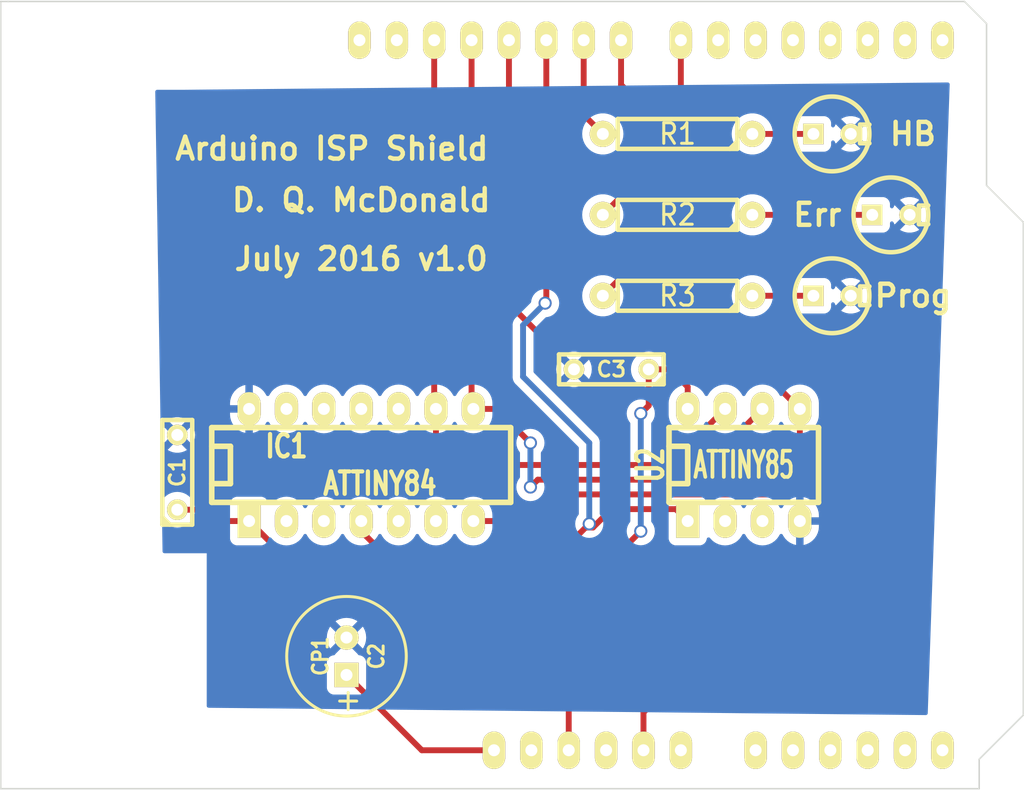
<source format=kicad_pcb>
(kicad_pcb (version 20221018) (generator pcbnew)
  (title_block (title "Arduino ISP for ATTiny") (date "4/7/2016") (rev "1.0") (company "Quentin McDonald"))
  (layers (0 "F.Cu" signal) (31 "B.Cu" signal) (34 "B.Paste" user) (35 "F.Paste" user) (36 "B.SilkS" user) (37 "F.SilkS" user) (38 "B.Mask" user) (39 "F.Mask" user) (44 "Edge.Cuts" user))
  (net 0 "")
  (net 1 "5V")
  (net 2 "GND")
  (net 3 "Net-(D1-Pad1)")
  (net 4 "Net-(D2-Pad1)")
  (net 5 "Net-(D3-Pad1)")
  (net 6 "Net-(IC1-Pad10)")
  (net 7 "Net-(IC1-Pad11)")
  (net 8 "Net-(IC1-Pad12)")
  (net 9 "Net-(IC1-Pad13)")
  (net 10 "Net-(IC1-Pad2)")
  (net 11 "Net-(IC1-Pad3)")
  (net 12 "Net-(IC1-Pad5)")
  (net 13 "Net-(IC1-Pad6)")
  (net 14 "Net-(SHIELD1-Pad0)")
  (net 15 "Net-(SHIELD1-Pad1)")
  (net 16 "Net-(SHIELD1-Pad2)")
  (net 17 "Net-(SHIELD1-Pad3)")
  (net 18 "Net-(SHIELD1-Pad3V3)")
  (net 19 "Net-(SHIELD1-Pad4)")
  (net 20 "Net-(SHIELD1-Pad5)")
  (net 21 "Net-(SHIELD1-Pad6)")
  (net 22 "Net-(SHIELD1-PadAD0)")
  (net 23 "Net-(SHIELD1-PadAD1)")
  (net 24 "Net-(SHIELD1-PadAD2)")
  (net 25 "Net-(SHIELD1-PadAD3)")
  (net 26 "Net-(SHIELD1-PadAD4)")
  (net 27 "Net-(SHIELD1-PadAD5)")
  (net 28 "Net-(SHIELD1-PadAREF)")
  (net 29 "Net-(SHIELD1-PadGND1)")
  (net 30 "Net-(SHIELD1-PadGND3)")
  (net 31 "Net-(SHIELD1-PadV_IN)")
  (net 32 "Net-(U2-Pad2)")
  (net 33 "Net-(U2-Pad3)")
  (net 34 "Pin10")
  (net 35 "Pin11")
  (net 36 "Pin12")
  (net 37 "Pin13")
  (net 38 "Pin7")
  (net 39 "Pin8")
  (net 40 "Pin9")
  (net 41 "Reset")
  (footprint "discret:C2" (layer "F.Cu") (at 77 99 90)
    (fp_text reference "C1" (at 0 0 90) (layer "F.SilkS") (effects (font (size 1.016 1.016) (thickness 0.2032))))
    (fp_text value "100nf" hide)
    (fp_line (start -3.556 -1.016) (end 3.556 -1.016) (stroke (width 0.3048)) (layer "F.SilkS"))
    (fp_line (start -3.556 -0.508) (end -3.048 -1.016) (stroke (width 0.3048)) (layer "F.SilkS"))
    (fp_line (start -3.556 1.016) (end -3.556 -1.016) (stroke (width 0.3048)) (layer "F.SilkS"))
    (fp_line (start 3.556 -1.016) (end 3.556 1.016) (stroke (width 0.3048)) (layer "F.SilkS"))
    (fp_line (start 3.556 1.016) (end -3.556 1.016) (stroke (width 0.3048)) (layer "F.SilkS"))
    (pad "1" thru_hole circle (at -2.54 0 90) (size 1.397 1.397) (drill 0.8128) (layers "*.Cu" "*.Mask" "F.SilkS") (net 1 "5V"))
    (pad "2" thru_hole circle (at 2.54 0 90) (size 1.397 1.397) (drill 0.8128) (layers "*.Cu" "*.Mask" "F.SilkS") (net 2 "GND"))
  )
  (footprint "discret:C1V8" (layer "F.Cu") (at 88.5 111.5 90)
    (fp_text reference "C2" (at 0 2.032 90) (layer "F.SilkS") (effects (font (size 1.016 0.889) (thickness 0.2032))))
    (fp_text value "CP1" (at 0 -1.77546 90) (layer "F.SilkS") (effects (font (size 1.016 0.889) (thickness 0.2032))))
    (fp_text user "+" (at -3.04546 0 90) (layer "F.SilkS") (effects (font (size 1.524 1.524) (thickness 0.2032))))
    (fp_circle (center 0 0) (end 4.064 0) (stroke (width 0.2032)) (fill none) (layer "F.SilkS"))
    (pad "1" thru_hole rect (at -1.27 0 90) (size 1.651 1.651) (drill 0.8128) (layers "*.Cu" "*.Mask" "F.SilkS") (net 41 "Reset"))
    (pad "2" thru_hole circle (at 1.27 0 90) (size 1.651 1.651) (drill 0.8128) (layers "*.Cu" "*.Mask" "F.SilkS") (net 2 "GND"))
  )
  (footprint "discret:C2" (layer "F.Cu") (at 106.5 92 180)
    (fp_text reference "C3" (at 0 0 180) (layer "F.SilkS") (effects (font (size 1.016 1.016) (thickness 0.2032))))
    (fp_text value "100nF" hide)
    (fp_line (start -3.556 -1.016) (end 3.556 -1.016) (stroke (width 0.3048)) (layer "F.SilkS"))
    (fp_line (start -3.556 -0.508) (end -3.048 -1.016) (stroke (width 0.3048)) (layer "F.SilkS"))
    (fp_line (start -3.556 1.016) (end -3.556 -1.016) (stroke (width 0.3048)) (layer "F.SilkS"))
    (fp_line (start 3.556 -1.016) (end 3.556 1.016) (stroke (width 0.3048)) (layer "F.SilkS"))
    (fp_line (start 3.556 1.016) (end -3.556 1.016) (stroke (width 0.3048)) (layer "F.SilkS"))
    (pad "1" thru_hole circle (at -2.54 0 180) (size 1.397 1.397) (drill 0.8128) (layers "*.Cu" "*.Mask" "F.SilkS") (net 1 "5V"))
    (pad "2" thru_hole circle (at 2.54 0 180) (size 1.397 1.397) (drill 0.8128) (layers "*.Cu" "*.Mask" "F.SilkS") (net 2 "GND"))
  )
  (footprint "discret:LEDV" (layer "F.Cu") (at 125.5 81.5)
    (fp_text reference "Error" hide)
    (fp_text value "LED" hide)
    (fp_line (start 1.905 -0.635) (end 1.905 0.635) (stroke (width 0.3048)) (layer "F.SilkS"))
    (fp_line (start 1.905 0.635) (end 2.54 0.635) (stroke (width 0.3048)) (layer "F.SilkS"))
    (fp_line (start 2.54 -0.635) (end 1.905 -0.635) (stroke (width 0.3048)) (layer "F.SilkS"))
    (fp_circle (center 0 0) (end -2.54 0) (stroke (width 0.3048)) (fill none) (layer "F.SilkS"))
    (pad "1" thru_hole rect (at -1.27 0) (size 1.397 1.397) (drill 0.8128) (layers "*.Cu" "*.Mask" "F.SilkS") (net 4 "Net-(D2-Pad1)"))
    (pad "2" thru_hole circle (at 1.27 0) (size 1.397 1.397) (drill 0.8128) (layers "*.Cu" "*.Mask" "F.SilkS") (net 2 "GND"))
  )
  (footprint "dip_sockets:DIP-14__300_ELL" (layer "F.Cu") (at 89.5 98.5)
    (fp_text reference "IC1" (at -5.08 -1.27) (layer "F.SilkS") (effects (font (size 1.524 1.143) (thickness 0.3048))))
    (fp_text value "ATTINY84" (at 1.27 1.27) (layer "F.SilkS") (effects (font (size 1.524 1.143) (thickness 0.28575))))
    (fp_line (start -10.16 -2.54) (end 10.16 -2.54) (stroke (width 0.381)) (layer "F.SilkS"))
    (fp_line (start -10.16 -1.27) (end -8.89 -1.27) (stroke (width 0.381)) (layer "F.SilkS"))
    (fp_line (start -10.16 2.54) (end -10.16 -2.54) (stroke (width 0.381)) (layer "F.SilkS"))
    (fp_line (start -8.89 -1.27) (end -8.89 1.27) (stroke (width 0.381)) (layer "F.SilkS"))
    (fp_line (start -8.89 1.27) (end -10.16 1.27) (stroke (width 0.381)) (layer "F.SilkS"))
    (fp_line (start 10.16 -2.54) (end 10.16 2.54) (stroke (width 0.381)) (layer "F.SilkS"))
    (fp_line (start 10.16 2.54) (end -10.16 2.54) (stroke (width 0.381)) (layer "F.SilkS"))
    (pad "1" thru_hole rect (at -7.62 3.81) (size 1.5748 2.286) (drill 0.8128) (layers "*.Cu" "*.Mask" "F.SilkS") (net 1 "5V"))
    (pad "2" thru_hole oval (at -5.08 3.81) (size 1.5748 2.286) (drill 0.8128) (layers "*.Cu" "*.Mask" "F.SilkS") (net 10 "Net-(IC1-Pad2)"))
    (pad "3" thru_hole oval (at -2.54 3.81) (size 1.5748 2.286) (drill 0.8128) (layers "*.Cu" "*.Mask" "F.SilkS") (net 11 "Net-(IC1-Pad3)"))
    (pad "4" thru_hole oval (at 0 3.81) (size 1.5748 2.286) (drill 0.8128) (layers "*.Cu" "*.Mask" "F.SilkS") (net 34 "Pin10"))
    (pad "5" thru_hole oval (at 2.54 3.81) (size 1.5748 2.286) (drill 0.8128) (layers "*.Cu" "*.Mask" "F.SilkS") (net 12 "Net-(IC1-Pad5)"))
    (pad "6" thru_hole oval (at 5.08 3.81) (size 1.5748 2.286) (drill 0.8128) (layers "*.Cu" "*.Mask" "F.SilkS") (net 13 "Net-(IC1-Pad6)"))
    (pad "7" thru_hole oval (at 7.62 3.81) (size 1.5748 2.286) (drill 0.8128) (layers "*.Cu" "*.Mask" "F.SilkS") (net 35 "Pin11"))
    (pad "8" thru_hole oval (at 7.62 -3.81) (size 1.5748 2.286) (drill 0.8128) (layers "*.Cu" "*.Mask" "F.SilkS") (net 36 "Pin12"))
    (pad "9" thru_hole oval (at 5.08 -3.81) (size 1.5748 2.286) (drill 0.8128) (layers "*.Cu" "*.Mask" "F.SilkS") (net 37 "Pin13"))
    (pad "10" thru_hole oval (at 2.54 -3.81) (size 1.5748 2.286) (drill 0.8128) (layers "*.Cu" "*.Mask" "F.SilkS") (net 6 "Net-(IC1-Pad10)"))
    (pad "11" thru_hole oval (at 0 -3.81) (size 1.5748 2.286) (drill 0.8128) (layers "*.Cu" "*.Mask" "F.SilkS") (net 7 "Net-(IC1-Pad11)"))
    (pad "12" thru_hole oval (at -2.54 -3.81) (size 1.5748 2.286) (drill 0.8128) (layers "*.Cu" "*.Mask" "F.SilkS") (net 8 "Net-(IC1-Pad12)"))
    (pad "13" thru_hole oval (at -5.08 -3.81) (size 1.5748 2.286) (drill 0.8128) (layers "*.Cu" "*.Mask" "F.SilkS") (net 9 "Net-(IC1-Pad13)"))
    (pad "14" thru_hole oval (at -7.62 -3.81) (size 1.5748 2.286) (drill 0.8128) (layers "*.Cu" "*.Mask" "F.SilkS") (net 2 "GND"))
  )
  (footprint "discret:R4-LARGE_PADS" (layer "F.Cu") (at 111 76 180)
    (fp_text reference "R1" (at 0 0 180) (layer "F.SilkS") (effects (font (size 1.397 1.27) (thickness 0.2032))))
    (fp_text value "200R" hide)
    (fp_line (start -5.08 0) (end -4.064 0) (stroke (width 0.3048)) (layer "F.SilkS"))
    (fp_line (start -4.064 -1.016) (end 4.064 -1.016) (stroke (width 0.3048)) (layer "F.SilkS"))
    (fp_line (start -4.064 -0.508) (end -3.556 -1.016) (stroke (width 0.3048)) (layer "F.SilkS"))
    (fp_line (start -4.064 0) (end -4.064 -1.016) (stroke (width 0.3048)) (layer "F.SilkS"))
    (fp_line (start -4.064 1.016) (end -4.064 0) (stroke (width 0.3048)) (layer "F.SilkS"))
    (fp_line (start 4.064 -1.016) (end 4.064 1.016) (stroke (width 0.3048)) (layer "F.SilkS"))
    (fp_line (start 4.064 1.016) (end -4.064 1.016) (stroke (width 0.3048)) (layer "F.SilkS"))
    (fp_line (start 5.08 0) (end 4.064 0) (stroke (width 0.3048)) (layer "F.SilkS"))
    (pad "1" thru_hole circle (at -5.08 0 180) (size 1.778 1.778) (drill 0.8128) (layers "*.Cu" "*.Mask" "F.SilkS") (net 3 "Net-(D1-Pad1)"))
    (pad "2" thru_hole circle (at 5.08 0 180) (size 1.778 1.778) (drill 0.8128) (layers "*.Cu" "*.Mask" "F.SilkS") (net 40 "Pin9"))
  )
  (footprint "discret:R4-LARGE_PADS" (layer "F.Cu") (at 111 81.5 180)
    (fp_text reference "R2" (at 0 0 180) (layer "F.SilkS") (effects (font (size 1.397 1.27) (thickness 0.2032))))
    (fp_text value "220R" hide)
    (fp_line (start -5.08 0) (end -4.064 0) (stroke (width 0.3048)) (layer "F.SilkS"))
    (fp_line (start -4.064 -1.016) (end 4.064 -1.016) (stroke (width 0.3048)) (layer "F.SilkS"))
    (fp_line (start -4.064 -0.508) (end -3.556 -1.016) (stroke (width 0.3048)) (layer "F.SilkS"))
    (fp_line (start -4.064 0) (end -4.064 -1.016) (stroke (width 0.3048)) (layer "F.SilkS"))
    (fp_line (start -4.064 1.016) (end -4.064 0) (stroke (width 0.3048)) (layer "F.SilkS"))
    (fp_line (start 4.064 -1.016) (end 4.064 1.016) (stroke (width 0.3048)) (layer "F.SilkS"))
    (fp_line (start 4.064 1.016) (end -4.064 1.016) (stroke (width 0.3048)) (layer "F.SilkS"))
    (fp_line (start 5.08 0) (end 4.064 0) (stroke (width 0.3048)) (layer "F.SilkS"))
    (pad "1" thru_hole circle (at -5.08 0 180) (size 1.778 1.778) (drill 0.8128) (layers "*.Cu" "*.Mask" "F.SilkS") (net 4 "Net-(D2-Pad1)"))
    (pad "2" thru_hole circle (at 5.08 0 180) (size 1.778 1.778) (drill 0.8128) (layers "*.Cu" "*.Mask" "F.SilkS") (net 39 "Pin8"))
  )
  (footprint "discret:R4-LARGE_PADS" (layer "F.Cu") (at 111 87 180)
    (fp_text reference "R3" (at 0 0 180) (layer "F.SilkS") (effects (font (size 1.397 1.27) (thickness 0.2032))))
    (fp_text value "220R" hide)
    (fp_line (start -5.08 0) (end -4.064 0) (stroke (width 0.3048)) (layer "F.SilkS"))
    (fp_line (start -4.064 -1.016) (end 4.064 -1.016) (stroke (width 0.3048)) (layer "F.SilkS"))
    (fp_line (start -4.064 -0.508) (end -3.556 -1.016) (stroke (width 0.3048)) (layer "F.SilkS"))
    (fp_line (start -4.064 0) (end -4.064 -1.016) (stroke (width 0.3048)) (layer "F.SilkS"))
    (fp_line (start -4.064 1.016) (end -4.064 0) (stroke (width 0.3048)) (layer "F.SilkS"))
    (fp_line (start 4.064 -1.016) (end 4.064 1.016) (stroke (width 0.3048)) (layer "F.SilkS"))
    (fp_line (start 4.064 1.016) (end -4.064 1.016) (stroke (width 0.3048)) (layer "F.SilkS"))
    (fp_line (start 5.08 0) (end 4.064 0) (stroke (width 0.3048)) (layer "F.SilkS"))
    (pad "1" thru_hole circle (at -5.08 0 180) (size 1.778 1.778) (drill 0.8128) (layers "*.Cu" "*.Mask" "F.SilkS") (net 5 "Net-(D3-Pad1)"))
    (pad "2" thru_hole circle (at 5.08 0 180) (size 1.778 1.778) (drill 0.8128) (layers "*.Cu" "*.Mask" "F.SilkS") (net 38 "Pin7"))
  )
  (footprint "arduino_shields:ARDUINO_SHIELD_2" (layer "F.Cu") (at 65.504 120.428)
    (fp_text reference "SHIELD1" hide)
    (fp_text value "ARDUINO_SHIELD" hide)
    (pad "0" thru_hole oval locked (at 63.5 -50.8 90) (size 2.54 1.524) (drill 0.8128) (layers "*.Cu" "*.Mask" "F.SilkS") (net 14 "Net-(SHIELD1-Pad0)"))
    (pad "1" thru_hole oval locked (at 60.96 -50.8 90) (size 2.54 1.524) (drill 0.8128) (layers "*.Cu" "*.Mask" "F.SilkS") (net 15 "Net-(SHIELD1-Pad1)"))
    (pad "2" thru_hole oval locked (at 58.42 -50.8 90) (size 2.54 1.524) (drill 0.8128) (layers "*.Cu" "*.Mask" "F.SilkS") (net 16 "Net-(SHIELD1-Pad2)"))
    (pad "3" thru_hole oval locked (at 55.88 -50.8 90) (size 2.54 1.524) (drill 0.8128) (layers "*.Cu" "*.Mask" "F.SilkS") (net 17 "Net-(SHIELD1-Pad3)"))
    (pad "3V3" thru_hole oval locked (at 35.56 -2.54 90) (size 2.54 1.524) (drill 0.8128) (layers "*.Cu" "*.Mask" "F.SilkS") (net 18 "Net-(SHIELD1-Pad3V3)"))
    (pad "4" thru_hole oval locked (at 53.34 -50.8 90) (size 2.54 1.524) (drill 0.8128) (layers "*.Cu" "*.Mask" "F.SilkS") (net 19 "Net-(SHIELD1-Pad4)"))
    (pad "5" thru_hole oval locked (at 50.8 -50.8 90) (size 2.54 1.524) (drill 0.8128) (layers "*.Cu" "*.Mask" "F.SilkS") (net 20 "Net-(SHIELD1-Pad5)"))
    (pad "5V" thru_hole oval locked (at 38.1 -2.54 90) (size 2.54 1.524) (drill 0.8128) (layers "*.Cu" "*.Mask" "F.SilkS") (net 1 "5V"))
    (pad "6" thru_hole oval locked (at 48.26 -50.8 90) (size 2.54 1.524) (drill 0.8128) (layers "*.Cu" "*.Mask" "F.SilkS") (net 21 "Net-(SHIELD1-Pad6)"))
    (pad "7" thru_hole oval locked (at 45.72 -50.8 90) (size 2.54 1.524) (drill 0.8128) (layers "*.Cu" "*.Mask" "F.SilkS") (net 38 "Pin7"))
    (pad "8" thru_hole oval locked (at 41.656 -50.8 90) (size 2.54 1.524) (drill 0.8128) (layers "*.Cu" "*.Mask" "F.SilkS") (net 39 "Pin8"))
    (pad "9" thru_hole oval locked (at 39.116 -50.8 90) (size 2.54 1.524) (drill 0.8128) (layers "*.Cu" "*.Mask" "F.SilkS") (net 40 "Pin9"))
    (pad "10" thru_hole oval locked (at 36.576 -50.8 90) (size 2.54 1.524) (drill 0.8128) (layers "*.Cu" "*.Mask" "F.SilkS") (net 34 "Pin10"))
    (pad "11" thru_hole oval locked (at 34.036 -50.8 90) (size 2.54 1.524) (drill 0.8128) (layers "*.Cu" "*.Mask" "F.SilkS") (net 35 "Pin11"))
    (pad "12" thru_hole oval locked (at 31.496 -50.8 90) (size 2.54 1.524) (drill 0.8128) (layers "*.Cu" "*.Mask" "F.SilkS") (net 36 "Pin12"))
    (pad "13" thru_hole oval locked (at 28.956 -50.8 90) (size 2.54 1.524) (drill 0.8128) (layers "*.Cu" "*.Mask" "F.SilkS") (net 37 "Pin13"))
    (pad "AD0" thru_hole oval locked (at 50.8 -2.54 90) (size 2.54 1.524) (drill 0.8128) (layers "*.Cu" "*.Mask" "F.SilkS") (net 22 "Net-(SHIELD1-PadAD0)"))
    (pad "AD1" thru_hole oval locked (at 53.34 -2.54 90) (size 2.54 1.524) (drill 0.8128) (layers "*.Cu" "*.Mask" "F.SilkS") (net 23 "Net-(SHIELD1-PadAD1)"))
    (pad "AD2" thru_hole oval locked (at 55.88 -2.54 90) (size 2.54 1.524) (drill 0.8128) (layers "*.Cu" "*.Mask" "F.SilkS") (net 24 "Net-(SHIELD1-PadAD2)"))
    (pad "AD3" thru_hole oval locked (at 58.42 -2.54 90) (size 2.54 1.524) (drill 0.8128) (layers "*.Cu" "*.Mask" "F.SilkS") (net 25 "Net-(SHIELD1-PadAD3)"))
    (pad "AD4" thru_hole oval locked (at 60.96 -2.54 90) (size 2.54 1.524) (drill 0.8128) (layers "*.Cu" "*.Mask" "F.SilkS") (net 26 "Net-(SHIELD1-PadAD4)"))
    (pad "AD5" thru_hole oval locked (at 63.5 -2.54 90) (size 2.54 1.524) (drill 0.8128) (layers "*.Cu" "*.Mask" "F.SilkS") (net 27 "Net-(SHIELD1-PadAD5)"))
    (pad "AREF" thru_hole oval locked (at 23.876 -50.8 90) (size 2.54 1.524) (drill 0.8128) (layers "*.Cu" "*.Mask" "F.SilkS") (net 28 "Net-(SHIELD1-PadAREF)"))
    (pad "GND1" thru_hole oval locked (at 40.64 -2.54 90) (size 2.54 1.524) (drill 0.8128) (layers "*.Cu" "*.Mask" "F.SilkS") (net 29 "Net-(SHIELD1-PadGND1)"))
    (pad "GND2" thru_hole oval locked (at 43.18 -2.54 90) (size 2.54 1.524) (drill 0.8128) (layers "*.Cu" "*.Mask" "F.SilkS") (net 2 "GND"))
    (pad "GND3" thru_hole oval locked (at 26.416 -50.8 90) (size 2.54 1.524) (drill 0.8128) (layers "*.Cu" "*.Mask" "F.SilkS") (net 30 "Net-(SHIELD1-PadGND3)"))
    (pad "RST" thru_hole oval locked (at 33.02 -2.54 90) (size 2.54 1.524) (drill 0.8128) (layers "*.Cu" "*.Mask" "F.SilkS") (net 41 "Reset"))
    (pad "V_IN" thru_hole oval locked (at 45.72 -2.54 90) (size 2.54 1.524) (drill 0.8128) (layers "*.Cu" "*.Mask" "F.SilkS") (net 31 "Net-(SHIELD1-PadV_IN)"))
  )
  (footprint "dip_sockets:DIP-8__300_ELL" (layer "F.Cu") (at 115.5 98.5)
    (fp_text reference "U2" (at -6.35 0 90) (layer "F.SilkS") (effects (font (size 1.778 1.143) (thickness 0.3048))))
    (fp_text value "ATTINY85" (at 0 0) (layer "F.SilkS") (effects (font (size 1.778 1.016) (thickness 0.254))))
    (fp_line (start -5.08 -2.54) (end 5.08 -2.54) (stroke (width 0.381)) (layer "F.SilkS"))
    (fp_line (start -5.08 -1.27) (end -3.81 -1.27) (stroke (width 0.381)) (layer "F.SilkS"))
    (fp_line (start -5.08 2.54) (end -5.08 -2.54) (stroke (width 0.381)) (layer "F.SilkS"))
    (fp_line (start -3.81 -1.27) (end -3.81 1.27) (stroke (width 0.381)) (layer "F.SilkS"))
    (fp_line (start -3.81 1.27) (end -5.08 1.27) (stroke (width 0.381)) (layer "F.SilkS"))
    (fp_line (start 5.08 -2.54) (end 5.08 2.54) (stroke (width 0.381)) (layer "F.SilkS"))
    (fp_line (start 5.08 2.54) (end -5.08 2.54) (stroke (width 0.381)) (layer "F.SilkS"))
    (pad "1" thru_hole rect (at -3.81 3.81) (size 1.5748 2.286) (drill 0.8128) (layers "*.Cu" "*.Mask" "F.SilkS") (net 34 "Pin10"))
    (pad "2" thru_hole oval (at -1.27 3.81) (size 1.5748 2.286) (drill 0.8128) (layers "*.Cu" "*.Mask" "F.SilkS") (net 32 "Net-(U2-Pad2)"))
    (pad "3" thru_hole oval (at 1.27 3.81) (size 1.5748 2.286) (drill 0.8128) (layers "*.Cu" "*.Mask" "F.SilkS") (net 33 "Net-(U2-Pad3)"))
    (pad "4" thru_hole oval (at 3.81 3.81) (size 1.5748 2.286) (drill 0.8128) (layers "*.Cu" "*.Mask" "F.SilkS") (net 2 "GND"))
    (pad "5" thru_hole oval (at 3.81 -3.81) (size 1.5748 2.286) (drill 0.8128) (layers "*.Cu" "*.Mask" "F.SilkS") (net 35 "Pin11"))
    (pad "6" thru_hole oval (at 1.27 -3.81) (size 1.5748 2.286) (drill 0.8128) (layers "*.Cu" "*.Mask" "F.SilkS") (net 36 "Pin12"))
    (pad "7" thru_hole oval (at -1.27 -3.81) (size 1.5748 2.286) (drill 0.8128) (layers "*.Cu" "*.Mask" "F.SilkS") (net 37 "Pin13"))
    (pad "8" thru_hole oval (at -3.81 -3.81) (size 1.5748 2.286) (drill 0.8128) (layers "*.Cu" "*.Mask" "F.SilkS") (net 1 "5V"))
  )
  (footprint "discret:LEDV" (layer "F.Cu") (at 121.5 76)
    (fp_text reference "HeartBeat" hide)
    (fp_text value "LED" hide)
    (fp_line (start 1.905 -0.635) (end 1.905 0.635) (stroke (width 0.3048)) (layer "F.SilkS"))
    (fp_line (start 1.905 0.635) (end 2.54 0.635) (stroke (width 0.3048)) (layer "F.SilkS"))
    (fp_line (start 2.54 -0.635) (end 1.905 -0.635) (stroke (width 0.3048)) (layer "F.SilkS"))
    (fp_circle (center 0 0) (end -2.54 0) (stroke (width 0.3048)) (fill none) (layer "F.SilkS"))
    (pad "1" thru_hole rect (at -1.27 0) (size 1.397 1.397) (drill 0.8128) (layers "*.Cu" "*.Mask" "F.SilkS") (net 3 "Net-(D1-Pad1)"))
    (pad "2" thru_hole circle (at 1.27 0) (size 1.397 1.397) (drill 0.8128) (layers "*.Cu" "*.Mask" "F.SilkS") (net 2 "GND"))
  )
  (footprint "discret:LEDV" (layer "F.Cu") (at 121.5 87)
    (fp_text reference "D3" hide)
    (fp_text value "LED" hide)
    (fp_line (start 1.905 -0.635) (end 1.905 0.635) (stroke (width 0.3048)) (layer "F.SilkS"))
    (fp_line (start 1.905 0.635) (end 2.54 0.635) (stroke (width 0.3048)) (layer "F.SilkS"))
    (fp_line (start 2.54 -0.635) (end 1.905 -0.635) (stroke (width 0.3048)) (layer "F.SilkS"))
    (fp_circle (center 0 0) (end -2.54 0) (stroke (width 0.3048)) (fill none) (layer "F.SilkS"))
    (pad "1" thru_hole rect (at -1.27 0) (size 1.397 1.397) (drill 0.8128) (layers "*.Cu" "*.Mask" "F.SilkS") (net 5 "Net-(D3-Pad1)"))
    (pad "2" thru_hole circle (at 1.27 0) (size 1.397 1.397) (drill 0.8128) (layers "*.Cu" "*.Mask" "F.SilkS") (net 2 "GND"))
  )
  (gr_line (start 65 120.5) (end 65 67) (stroke (width 0.1)) (layer "Edge.Cuts"))
  (gr_line (start 131.5 118.5) (end 131.5 120.5) (stroke (width 0.1)) (layer "Edge.Cuts"))
  (gr_line (start 130.5 67) (end 132 68.5) (stroke (width 0.1)) (layer "Edge.Cuts"))
  (gr_line (start 132 68.5) (end 132 79.5) (stroke (width 0.1)) (layer "Edge.Cuts"))
  (gr_line (start 134.5 115.5) (end 131.5 118.5) (stroke (width 0.1)) (layer "Edge.Cuts"))
  (gr_line (start 132 79.5) (end 134.5 82) (stroke (width 0.1)) (layer "Edge.Cuts"))
  (gr_line (start 131.5 120.5) (end 65 120.5) (stroke (width 0.1)) (layer "Edge.Cuts"))
  (gr_line (start 134.5 82) (end 134.5 115.5) (stroke (width 0.1)) (layer "Edge.Cuts"))
  (gr_line (start 65.5 67) (end 130.5 67) (stroke (width 0.1)) (layer "Edge.Cuts"))
  (gr_line (start 65 67) (end 65.5 67) (stroke (width 0.1)) (layer "Edge.Cuts"))
  (gr_text "Arduino ISP Shield" (at 87.5 77) (layer "F.SilkS") (effects (font (size 1.5 1.5) (thickness 0.3))))
  (gr_text "HB" (at 127 76) (layer "F.SilkS") (effects (font (size 1.5 1.5) (thickness 0.3))))
  (gr_text "Err" (at 120.5 81.5) (layer "F.SilkS") (effects (font (size 1.5 1.5) (thickness 0.3))))
  (gr_text "Prog" (at 127 87) (layer "F.SilkS") (effects (font (size 1.5 1.5) (thickness 0.3))))
  (gr_text "D. Q. McDonald" (at 89.5 80.5) (layer "F.SilkS") (effects (font (size 1.5 1.5) (thickness 0.3))))
  (gr_text "July 2016 v1.0" (at 89.5 84.5) (layer "F.SilkS") (effects (font (size 1.5 1.5) (thickness 0.3))))
  (segment (start 103.604 108.104) (end 101.5 106) (width 0.4) (layer "F.Cu") (net 1))
  (segment (start 101.5 106) (end 85.57 106) (width 0.4) (layer "F.Cu") (net 1))
  (segment (start 85.57 106) (end 81.88 102.31) (width 0.4) (layer "F.Cu") (net 1))
  (segment (start 79.19 102.31) (end 78.42 101.54) (width 0.4) (layer "F.Cu") (net 1))
  (segment (start 78.42 101.54) (end 77 101.54) (width 0.4) (layer "F.Cu") (net 1))
  (segment (start 103.604 108.5) (end 103.604 108.104) (width 0.4) (layer "F.Cu") (net 1))
  (segment (start 103.604 107.896) (end 108.5 103) (width 0.4) (layer "F.Cu") (net 1))
  (segment (start 108.5 95) (end 109.04 94.46) (width 0.4) (layer "F.Cu") (net 1))
  (segment (start 109.04 94.46) (end 109.04 92) (width 0.4) (layer "F.Cu") (net 1))
  (segment (start 110.5 92) (end 111.69 93.19) (width 0.4) (layer "F.Cu") (net 1))
  (segment (start 111.69 93.19) (end 111.69 94.69) (width 0.4) (layer "F.Cu") (net 1))
  (segment (start 103.604 117.888) (end 103.604 108.5) (width 0.4) (layer "F.Cu") (net 1))
  (segment (start 81.88 102.31) (end 79.19 102.31) (width 0.4) (layer "F.Cu") (net 1))
  (segment (start 109.04 92) (end 110.5 92) (width 0.4) (layer "F.Cu") (net 1))
  (segment (start 103.604 108.5) (end 103.604 107.896) (width 0.4) (layer "F.Cu") (net 1))
  (via (at 108.5 95) (size 0.889) (drill 0.635) (layers "F.Cu" "B.Cu") (net 1))
  (via (at 108.5 103) (size 0.889) (drill 0.635) (layers "F.Cu" "B.Cu") (net 1))
  (segment (start 108.5 103) (end 108.5 95) (width 0.4) (layer "B.Cu") (net 1))
  (segment (start 108.684 115.316) (end 119.31 104.69) (width 0.4) (layer "F.Cu") (net 2))
  (segment (start 119.31 104.69) (end 119.31 102.31) (width 0.4) (layer "F.Cu") (net 2))
  (segment (start 108.684 117.888) (end 108.684 115.316) (width 0.4) (layer "F.Cu") (net 2))
  (segment (start 116.08 76) (end 120.23 76) (width 0.4) (layer "F.Cu") (net 3))
  (segment (start 116.08 81.5) (end 124.23 81.5) (width 0.4) (layer "F.Cu") (net 4))
  (segment (start 116.08 87) (end 120.23 87) (width 0.4) (layer "F.Cu") (net 5))
  (segment (start 102.08 87.42) (end 102 87.5) (width 0.4) (layer "F.Cu") (net 34))
  (segment (start 105 102.5) (end 104.75 102.75) (width 0.4) (layer "F.Cu") (net 34))
  (segment (start 103 104.5) (end 91 104.5) (width 0.4) (layer "F.Cu") (net 34))
  (segment (start 91 104.5) (end 89.5 103) (width 0.4) (layer "F.Cu") (net 34))
  (segment (start 89.5 103) (end 89.5 102.31) (width 0.4) (layer "F.Cu") (net 34))
  (segment (start 104.75 102.75) (end 103 104.5) (width 0.4) (layer "F.Cu") (net 34))
  (segment (start 105.25 102.75) (end 106.5 101.5) (width 0.4) (layer "F.Cu") (net 34))
  (segment (start 106.5 101.5) (end 110.88 101.5) (width 0.4) (layer "F.Cu") (net 34))
  (segment (start 110.88 101.5) (end 111.69 102.31) (width 0.4) (layer "F.Cu") (net 34))
  (segment (start 104.75 102.75) (end 105.25 102.75) (width 0.4) (layer "F.Cu") (net 34))
  (segment (start 102.08 69.628) (end 102.08 87.42) (width 0.4) (layer "F.Cu") (net 34))
  (via (at 105 102.5) (size 0.889) (drill 0.635) (layers "F.Cu" "B.Cu") (net 34))
  (via (at 102 87.5) (size 0.889) (drill 0.635) (layers "F.Cu" "B.Cu") (net 34))
  (segment (start 102 87.5) (end 100.5 89) (width 0.4) (layer "B.Cu") (net 34))
  (segment (start 100.5 89) (end 100.5 92.5) (width 0.4) (layer "B.Cu") (net 34))
  (segment (start 100.5 92.5) (end 105 97) (width 0.4) (layer "B.Cu") (net 34))
  (segment (start 105 97) (end 105 102.5) (width 0.4) (layer "B.Cu") (net 34))
  (segment (start 99.54 87.54) (end 102 90) (width 0.4) (layer "F.Cu") (net 35))
  (segment (start 102 90) (end 114.62 90) (width 0.4) (layer "F.Cu") (net 35))
  (segment (start 114.62 90) (end 119.31 94.69) (width 0.4) (layer "F.Cu") (net 35))
  (segment (start 119.31 99.19) (end 118 100.5) (width 0.4) (layer "F.Cu") (net 35))
  (segment (start 118 100.5) (end 102.5 100.5) (width 0.4) (layer "F.Cu") (net 35))
  (segment (start 102.5 100.5) (end 100.69 102.31) (width 0.4) (layer "F.Cu") (net 35))
  (segment (start 100.69 102.31) (end 97.12 102.31) (width 0.4) (layer "F.Cu") (net 35))
  (segment (start 99.54 69.628) (end 99.54 87.54) (width 0.4) (layer "F.Cu") (net 35))
  (segment (start 119.31 94.69) (end 119.31 99.19) (width 0.4) (layer "F.Cu") (net 35))
  (segment (start 97 94.57) (end 97.12 94.69) (width 0.4) (layer "F.Cu") (net 36))
  (segment (start 98.69 94.69) (end 101 97) (width 0.4) (layer "F.Cu") (net 36))
  (segment (start 101 100) (end 101.5 99.5) (width 0.4) (layer "F.Cu") (net 36))
  (segment (start 101.5 99.5) (end 111.96 99.5) (width 0.4) (layer "F.Cu") (net 36))
  (segment (start 111.96 99.5) (end 116.77 94.69) (width 0.4) (layer "F.Cu") (net 36))
  (segment (start 97.12 94.69) (end 98.69 94.69) (width 0.4) (layer "F.Cu") (net 36))
  (segment (start 97 69.628) (end 97 94.57) (width 0.4) (layer "F.Cu") (net 36))
  (via (at 101 97) (size 0.889) (drill 0.635) (layers "F.Cu" "B.Cu") (net 36))
  (via (at 101 100) (size 0.889) (drill 0.635) (layers "F.Cu" "B.Cu") (net 36))
  (segment (start 101 97) (end 101 100) (width 0.4) (layer "B.Cu") (net 36))
  (segment (start 94.46 94.57) (end 94.58 94.69) (width 0.4) (layer "F.Cu") (net 37))
  (segment (start 94.58 96.58) (end 96.5 98.5) (width 0.4) (layer "F.Cu") (net 37))
  (segment (start 96.5 98.5) (end 110.42 98.5) (width 0.4) (layer "F.Cu") (net 37))
  (segment (start 110.42 98.5) (end 114.23 94.69) (width 0.4) (layer "F.Cu") (net 37))
  (segment (start 94.46 69.628) (end 94.46 94.57) (width 0.4) (layer "F.Cu") (net 37))
  (segment (start 94.58 94.69) (end 94.58 96.58) (width 0.4) (layer "F.Cu") (net 37))
  (segment (start 111.224 81.696) (end 105.92 87) (width 0.4) (layer "F.Cu") (net 38))
  (segment (start 111.224 69.628) (end 111.224 81.696) (width 0.4) (layer "F.Cu") (net 38))
  (segment (start 107.16 72.66) (end 108 73.5) (width 0.4) (layer "F.Cu") (net 39))
  (segment (start 108 73.5) (end 108 79.42) (width 0.4) (layer "F.Cu") (net 39))
  (segment (start 108 79.42) (end 105.92 81.5) (width 0.4) (layer "F.Cu") (net 39))
  (segment (start 107.16 69.628) (end 107.16 72.66) (width 0.4) (layer "F.Cu") (net 39))
  (segment (start 104.62 74.7) (end 105.92 76) (width 0.4) (layer "F.Cu") (net 40))
  (segment (start 104.62 69.628) (end 104.62 74.7) (width 0.4) (layer "F.Cu") (net 40))
  (segment (start 93.618 117.888) (end 88.5 112.77) (width 0.4) (layer "F.Cu") (net 41))
  (segment (start 98.524 117.888) (end 93.618 117.888) (width 0.4) (layer "F.Cu") (net 41))
  (zone (net 2) (net_name "GND") (layer "B.Cu") (connect_pads (clearance 0.508)) (min_thickness 0.254) (fill yes (thermal_gap 0.508) (thermal_bridge_width 0.508))
    (polygon (pts (xy 77.5 73) (xy 129.5 72.5) (xy 128 115.5) (xy 79 115) (xy 79 104.5) (xy 76 104.5) (xy 75.5 73)))
  )
)
</source>
